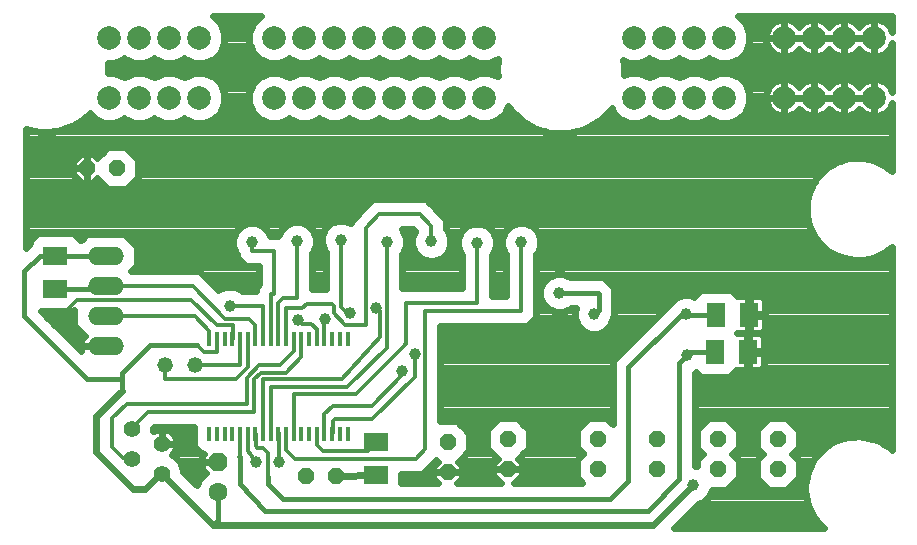
<source format=gbr>
G75*
G70*
%OFA0B0*%
%FSLAX24Y24*%
%IPPOS*%
%LPD*%
%AMOC8*
5,1,8,0,0,1.08239X$1,22.5*
%
%ADD10C,0.0787*%
%ADD11C,0.0630*%
%ADD12OC8,0.0630*%
%ADD13C,0.0550*%
%ADD14C,0.0520*%
%ADD15R,0.0118X0.0453*%
%ADD16O,0.1200X0.0600*%
%ADD17OC8,0.0520*%
%ADD18R,0.0787X0.0630*%
%ADD19R,0.0630X0.0787*%
%ADD20C,0.0240*%
%ADD21C,0.0160*%
%ADD22C,0.0396*%
%ADD23C,0.0120*%
%ADD24C,0.0100*%
D10*
X005712Y015891D03*
X006712Y015891D03*
X007712Y015891D03*
X008712Y015891D03*
X011212Y015891D03*
X012212Y015891D03*
X013212Y015891D03*
X014212Y015891D03*
X015212Y015891D03*
X016212Y015891D03*
X017212Y015891D03*
X018212Y015891D03*
X018212Y017887D03*
X017212Y017887D03*
X016212Y017887D03*
X015212Y017887D03*
X014212Y017887D03*
X013212Y017887D03*
X012212Y017887D03*
X011212Y017887D03*
X008712Y017887D03*
X007712Y017887D03*
X006712Y017887D03*
X005712Y017887D03*
X023212Y017887D03*
X024212Y017887D03*
X025212Y017887D03*
X026212Y017887D03*
X028212Y017887D03*
X029212Y017887D03*
X030212Y017887D03*
X031212Y017887D03*
X031212Y015891D03*
X030212Y015891D03*
X029212Y015891D03*
X028212Y015891D03*
X026212Y015891D03*
X025212Y015891D03*
X024212Y015891D03*
X023212Y015891D03*
D11*
X009342Y002751D03*
D12*
X009342Y003751D03*
D13*
X007452Y003361D03*
X006452Y003861D03*
X007452Y004361D03*
X006452Y004861D03*
D14*
X007562Y006971D03*
X008562Y006971D03*
D15*
X009042Y007851D03*
X009298Y007851D03*
X009554Y007851D03*
X009810Y007851D03*
X010065Y007851D03*
X010321Y007851D03*
X010577Y007851D03*
X010833Y007851D03*
X011089Y007851D03*
X011345Y007851D03*
X011601Y007851D03*
X011857Y007851D03*
X012113Y007851D03*
X012369Y007851D03*
X012624Y007851D03*
X012880Y007851D03*
X013136Y007851D03*
X013392Y007851D03*
X013648Y007851D03*
X013648Y004682D03*
X013392Y004682D03*
X013136Y004682D03*
X012880Y004682D03*
X012624Y004682D03*
X012369Y004682D03*
X012113Y004682D03*
X011857Y004682D03*
X011601Y004682D03*
X011345Y004682D03*
X011089Y004682D03*
X010833Y004682D03*
X010577Y004682D03*
X010321Y004682D03*
X010065Y004682D03*
X009810Y004682D03*
X009554Y004682D03*
X009298Y004682D03*
X009042Y004682D03*
D16*
X005582Y007611D03*
X005582Y008611D03*
X005582Y009611D03*
X005582Y010611D03*
D17*
X005962Y013541D03*
X004962Y013541D03*
X016992Y004411D03*
X016992Y003411D03*
X018992Y003511D03*
X018992Y004511D03*
X021985Y004529D03*
X021985Y003529D03*
X023977Y003521D03*
X023977Y004521D03*
X025981Y004521D03*
X025981Y003521D03*
X027981Y003521D03*
X027981Y004521D03*
X013252Y003291D03*
X012252Y003291D03*
D18*
X014602Y003310D03*
X014602Y004412D03*
X003912Y009530D03*
X003912Y010632D03*
D19*
X025922Y008663D03*
X027024Y008663D03*
X026993Y007423D03*
X025890Y007423D03*
D20*
X006492Y002851D02*
X005272Y004071D01*
X005272Y005271D01*
X006132Y006131D01*
X007189Y004911D02*
X008543Y004911D01*
X008543Y004273D01*
X008800Y004015D01*
X008850Y004015D01*
X008807Y003973D01*
X008807Y003751D01*
X008807Y003529D01*
X008936Y003400D01*
X008914Y003391D01*
X008702Y003179D01*
X008618Y002977D01*
X008167Y003428D01*
X008167Y003503D01*
X008058Y003766D01*
X007857Y003967D01*
X007787Y003996D01*
X007871Y004081D01*
X007947Y004263D01*
X007947Y004361D01*
X007947Y004459D01*
X007871Y004641D01*
X007732Y004781D01*
X007550Y004856D01*
X007452Y004856D01*
X007452Y004361D01*
X007947Y004361D01*
X007452Y004361D01*
X007452Y004361D01*
X007452Y004361D01*
X007452Y004856D01*
X007353Y004856D01*
X007171Y004781D01*
X007167Y004776D01*
X007167Y004889D01*
X007189Y004911D01*
X007452Y004751D02*
X007452Y004751D01*
X007452Y004512D02*
X007452Y004512D01*
X007762Y004751D02*
X008543Y004751D01*
X008543Y004512D02*
X007925Y004512D01*
X007947Y004274D02*
X008543Y004274D01*
X008781Y004035D02*
X007826Y004035D01*
X008027Y003796D02*
X008807Y003796D01*
X008807Y003751D02*
X009341Y003751D01*
X008807Y003751D01*
X008807Y003558D02*
X008144Y003558D01*
X008275Y003319D02*
X008842Y003319D01*
X008661Y003081D02*
X008514Y003081D01*
X009341Y003751D02*
X009341Y003751D01*
X007452Y003361D02*
X007452Y003351D01*
X009162Y001641D01*
X023832Y001641D01*
X025162Y002971D01*
X025172Y002971D01*
X025800Y002821D02*
X025713Y002610D01*
X025533Y002430D01*
X025328Y002345D01*
X024520Y001537D01*
X029536Y001537D01*
X029515Y001554D01*
X029515Y001554D01*
X029400Y001661D01*
X029400Y001661D01*
X029400Y001661D01*
X029295Y001779D01*
X029295Y001779D01*
X029201Y001906D01*
X029201Y001906D01*
X029119Y002040D01*
X029119Y002040D01*
X029050Y002182D01*
X029050Y002182D01*
X028994Y002329D01*
X028994Y002329D01*
X028951Y002481D01*
X028951Y002481D01*
X028923Y002636D01*
X028923Y002636D01*
X028909Y002793D01*
X028909Y002793D01*
X028909Y002950D01*
X028909Y002950D01*
X028923Y003107D01*
X028923Y003107D01*
X028951Y003262D01*
X028951Y003262D01*
X028994Y003414D01*
X028994Y003414D01*
X029050Y003561D01*
X029119Y003703D01*
X029201Y003838D01*
X029295Y003964D01*
X029400Y004082D01*
X029400Y004082D01*
X029515Y004189D01*
X029515Y004190D01*
X029640Y004286D01*
X029772Y004371D01*
X029912Y004444D01*
X030058Y004503D01*
X030209Y004549D01*
X030363Y004581D01*
X030364Y004581D01*
X030520Y004599D01*
X030520Y004599D01*
X030678Y004603D01*
X030678Y004603D01*
X030835Y004592D01*
X030835Y004592D01*
X030991Y004567D01*
X030991Y004567D01*
X031143Y004528D01*
X031143Y004528D01*
X031292Y004475D01*
X031292Y004475D01*
X031435Y004409D01*
X031435Y004409D01*
X031571Y004330D01*
X031571Y004330D01*
X031700Y004239D01*
X031700Y004239D01*
X031799Y004155D01*
X031799Y010923D01*
X031703Y010841D01*
X031576Y010751D01*
X031576Y010751D01*
X031442Y010674D01*
X031442Y010674D01*
X031301Y010609D01*
X031301Y010609D01*
X031155Y010557D01*
X031155Y010557D01*
X031005Y010518D01*
X031005Y010518D01*
X030851Y010494D01*
X030851Y010494D01*
X030697Y010483D01*
X030697Y010483D01*
X030542Y010487D01*
X030542Y010487D01*
X030388Y010504D01*
X030388Y010504D01*
X030236Y010536D01*
X030236Y010536D01*
X030087Y010581D01*
X030087Y010581D01*
X029944Y010640D01*
X029944Y010640D01*
X029806Y010711D01*
X029806Y010711D01*
X029675Y010795D01*
X029675Y010795D01*
X029553Y010890D01*
X029553Y010890D01*
X029440Y010996D01*
X029439Y010996D01*
X029439Y010996D01*
X029336Y011111D01*
X029336Y011111D01*
X029244Y011236D01*
X029244Y011236D01*
X029163Y011368D01*
X029163Y011369D01*
X029095Y011508D01*
X029095Y011508D01*
X029040Y011653D01*
X029040Y011653D01*
X028998Y011802D01*
X028998Y011802D01*
X028970Y011955D01*
X028970Y011955D01*
X028956Y012109D01*
X028956Y012109D01*
X028956Y012264D01*
X028956Y012264D01*
X028970Y012419D01*
X028998Y012571D01*
X029040Y012720D01*
X029095Y012865D01*
X029163Y013005D01*
X029244Y013137D01*
X029336Y013262D01*
X029439Y013378D01*
X029439Y013378D01*
X029553Y013483D01*
X029675Y013579D01*
X029806Y013662D01*
X029806Y013662D01*
X029944Y013734D01*
X029944Y013734D01*
X030087Y013792D01*
X030087Y013792D01*
X030236Y013837D01*
X030236Y013837D01*
X030388Y013869D01*
X030388Y013869D01*
X030542Y013886D01*
X030542Y013886D01*
X030697Y013890D01*
X030697Y013890D01*
X030851Y013879D01*
X030851Y013879D01*
X031005Y013855D01*
X031005Y013855D01*
X031155Y013816D01*
X031155Y013816D01*
X031301Y013764D01*
X031301Y013764D01*
X031442Y013699D01*
X031442Y013699D01*
X031576Y013622D01*
X031576Y013622D01*
X031703Y013532D01*
X031703Y013532D01*
X031799Y013450D01*
X031799Y015706D01*
X031732Y015543D01*
X031559Y015371D01*
X031334Y015277D01*
X031212Y015277D01*
X031212Y015891D01*
X031212Y015891D01*
X031212Y015891D01*
X031212Y016505D01*
X031334Y016505D01*
X031559Y016411D01*
X031732Y016239D01*
X031799Y016076D01*
X031799Y017702D01*
X031732Y017539D01*
X031559Y017367D01*
X031334Y017273D01*
X031212Y017273D01*
X031212Y017887D01*
X031212Y017887D01*
X031212Y017887D01*
X031212Y018501D01*
X031334Y018501D01*
X031559Y018407D01*
X031732Y018235D01*
X031799Y018072D01*
X031799Y018608D01*
X026651Y018608D01*
X026684Y018594D01*
X026919Y018359D01*
X027045Y018053D01*
X027045Y017721D01*
X026919Y017415D01*
X026684Y017180D01*
X026378Y017053D01*
X026046Y017053D01*
X025740Y017180D01*
X025712Y017208D01*
X025684Y017180D01*
X025378Y017053D01*
X025046Y017053D01*
X024740Y017180D01*
X024712Y017208D01*
X024684Y017180D01*
X024378Y017053D01*
X024046Y017053D01*
X023740Y017180D01*
X023712Y017208D01*
X023684Y017180D01*
X023378Y017053D01*
X023046Y017053D01*
X022841Y017138D01*
X022859Y017009D01*
X022868Y016817D01*
X022860Y016648D01*
X023046Y016725D01*
X023378Y016725D01*
X023684Y016598D01*
X023712Y016570D01*
X023740Y016598D01*
X024046Y016725D01*
X024378Y016725D01*
X024684Y016598D01*
X024712Y016570D01*
X024740Y016598D01*
X025046Y016725D01*
X025378Y016725D01*
X025684Y016598D01*
X025712Y016570D01*
X025740Y016598D01*
X026046Y016725D01*
X026378Y016725D01*
X026684Y016598D01*
X026919Y016363D01*
X027045Y016057D01*
X027045Y015725D01*
X026919Y015419D01*
X026684Y015184D01*
X026378Y015057D01*
X026046Y015057D01*
X025740Y015184D01*
X025712Y015212D01*
X025684Y015184D01*
X025378Y015057D01*
X025046Y015057D01*
X024740Y015184D01*
X024712Y015212D01*
X024684Y015184D01*
X024378Y015057D01*
X024046Y015057D01*
X023740Y015184D01*
X023712Y015212D01*
X023684Y015184D01*
X023378Y015057D01*
X023046Y015057D01*
X022740Y015184D01*
X022505Y015419D01*
X022449Y015554D01*
X022331Y015408D01*
X022331Y015408D01*
X022196Y015271D01*
X022196Y015271D01*
X022196Y015271D01*
X022050Y015146D01*
X022050Y015146D01*
X021892Y015035D01*
X021892Y015035D01*
X021726Y014938D01*
X021726Y014938D01*
X021551Y014858D01*
X021551Y014858D01*
X021369Y014793D01*
X021369Y014793D01*
X021183Y014746D01*
X021183Y014746D01*
X020993Y014715D01*
X020993Y014715D01*
X020801Y014702D01*
X020801Y014702D01*
X020608Y014706D01*
X020608Y014706D01*
X020417Y014728D01*
X020417Y014728D01*
X020228Y014767D01*
X020228Y014767D01*
X020044Y014823D01*
X020044Y014823D01*
X019866Y014896D01*
X019866Y014896D01*
X019695Y014985D01*
X019695Y014985D01*
X019533Y015088D01*
X019533Y015088D01*
X019381Y015207D01*
X019381Y015207D01*
X019240Y015338D01*
X019240Y015338D01*
X019240Y015338D01*
X019112Y015482D01*
X019004Y015626D01*
X018919Y015419D01*
X018684Y015184D01*
X018378Y015057D01*
X018046Y015057D01*
X017740Y015184D01*
X017712Y015212D01*
X017684Y015184D01*
X017378Y015057D01*
X017046Y015057D01*
X016740Y015184D01*
X016712Y015212D01*
X016684Y015184D01*
X016378Y015057D01*
X016046Y015057D01*
X015740Y015184D01*
X015712Y015212D01*
X015684Y015184D01*
X015378Y015057D01*
X015046Y015057D01*
X014740Y015184D01*
X014712Y015212D01*
X014684Y015184D01*
X014378Y015057D01*
X014046Y015057D01*
X013740Y015184D01*
X013712Y015212D01*
X013684Y015184D01*
X013378Y015057D01*
X013046Y015057D01*
X012740Y015184D01*
X012712Y015212D01*
X012684Y015184D01*
X012378Y015057D01*
X012046Y015057D01*
X011740Y015184D01*
X011712Y015212D01*
X011684Y015184D01*
X011378Y015057D01*
X011046Y015057D01*
X010740Y015184D01*
X010505Y015419D01*
X010378Y015725D01*
X010378Y016057D01*
X010505Y016363D01*
X010740Y016598D01*
X011046Y016725D01*
X011378Y016725D01*
X011684Y016598D01*
X011712Y016570D01*
X011740Y016598D01*
X012046Y016725D01*
X012378Y016725D01*
X012684Y016598D01*
X012712Y016570D01*
X012740Y016598D01*
X013046Y016725D01*
X013378Y016725D01*
X013684Y016598D01*
X013712Y016570D01*
X013740Y016598D01*
X014046Y016725D01*
X014378Y016725D01*
X014684Y016598D01*
X014712Y016570D01*
X014740Y016598D01*
X015046Y016725D01*
X015378Y016725D01*
X015684Y016598D01*
X015712Y016570D01*
X015740Y016598D01*
X016046Y016725D01*
X016378Y016725D01*
X016684Y016598D01*
X016712Y016570D01*
X016740Y016598D01*
X017046Y016725D01*
X017378Y016725D01*
X017684Y016598D01*
X017712Y016570D01*
X017740Y016598D01*
X018046Y016725D01*
X018378Y016725D01*
X018649Y016612D01*
X018639Y016720D01*
X018639Y016913D01*
X018657Y017105D01*
X018670Y017174D01*
X018378Y017053D01*
X018046Y017053D01*
X017740Y017180D01*
X017712Y017208D01*
X017684Y017180D01*
X017378Y017053D01*
X017046Y017053D01*
X016740Y017180D01*
X016712Y017208D01*
X016684Y017180D01*
X016378Y017053D01*
X016046Y017053D01*
X015740Y017180D01*
X015712Y017208D01*
X015684Y017180D01*
X015378Y017053D01*
X015046Y017053D01*
X014740Y017180D01*
X014712Y017208D01*
X014684Y017180D01*
X014378Y017053D01*
X014046Y017053D01*
X013740Y017180D01*
X013712Y017208D01*
X013684Y017180D01*
X013378Y017053D01*
X013046Y017053D01*
X012740Y017180D01*
X012712Y017208D01*
X012684Y017180D01*
X012378Y017053D01*
X012046Y017053D01*
X011740Y017180D01*
X011712Y017208D01*
X011684Y017180D01*
X011378Y017053D01*
X011046Y017053D01*
X010740Y017180D01*
X010505Y017415D01*
X010378Y017721D01*
X010378Y018053D01*
X010505Y018359D01*
X010740Y018594D01*
X010773Y018608D01*
X009151Y018608D01*
X009184Y018594D01*
X009419Y018359D01*
X009545Y018053D01*
X009545Y017721D01*
X009419Y017415D01*
X009184Y017180D01*
X008878Y017053D01*
X008546Y017053D01*
X008240Y017180D01*
X008212Y017208D01*
X008184Y017180D01*
X007878Y017053D01*
X007546Y017053D01*
X007240Y017180D01*
X007212Y017208D01*
X007184Y017180D01*
X006878Y017053D01*
X006546Y017053D01*
X006240Y017180D01*
X006212Y017208D01*
X006184Y017180D01*
X005878Y017053D01*
X005658Y017053D01*
X005667Y016864D01*
X005660Y016725D01*
X005878Y016725D01*
X006184Y016598D01*
X006212Y016570D01*
X006240Y016598D01*
X006546Y016725D01*
X006878Y016725D01*
X007184Y016598D01*
X007212Y016570D01*
X007240Y016598D01*
X007546Y016725D01*
X007878Y016725D01*
X008184Y016598D01*
X008212Y016570D01*
X008240Y016598D01*
X008546Y016725D01*
X008878Y016725D01*
X009184Y016598D01*
X009419Y016363D01*
X009545Y016057D01*
X009545Y015725D01*
X009419Y015419D01*
X009184Y015184D01*
X008878Y015057D01*
X008546Y015057D01*
X008240Y015184D01*
X008212Y015212D01*
X008184Y015184D01*
X007878Y015057D01*
X007546Y015057D01*
X007240Y015184D01*
X007212Y015212D01*
X007184Y015184D01*
X006878Y015057D01*
X006546Y015057D01*
X006240Y015184D01*
X006212Y015212D01*
X006184Y015184D01*
X005878Y015057D01*
X005546Y015057D01*
X005240Y015184D01*
X005050Y015374D01*
X004995Y015318D01*
X004995Y015318D01*
X004849Y015193D01*
X004849Y015193D01*
X004692Y015082D01*
X004691Y015082D01*
X004525Y014986D01*
X004525Y014986D01*
X004350Y014905D01*
X004350Y014905D01*
X004169Y014841D01*
X004169Y014841D01*
X003982Y014793D01*
X003982Y014793D01*
X003792Y014762D01*
X003792Y014762D01*
X003600Y014749D01*
X003600Y014749D01*
X003407Y014753D01*
X003407Y014753D01*
X003216Y014775D01*
X003216Y014775D01*
X003027Y014815D01*
X003027Y014815D01*
X002918Y014848D01*
X002918Y010883D01*
X003078Y011043D01*
X003078Y011129D01*
X003336Y011387D01*
X004488Y011387D01*
X004723Y011152D01*
X004776Y011152D01*
X004975Y011351D01*
X006188Y011351D01*
X006622Y010918D01*
X006622Y010304D01*
X006428Y010111D01*
X006428Y010111D01*
X008295Y010111D01*
X008709Y010111D01*
X008857Y009963D01*
X008857Y009963D01*
X009002Y009818D01*
X009002Y009815D01*
X009335Y009476D01*
X009360Y009502D01*
X009595Y009599D01*
X009849Y009599D01*
X010083Y009502D01*
X010124Y009461D01*
X010592Y009461D01*
X010592Y009548D01*
X010712Y009668D01*
X010712Y010281D01*
X010679Y010281D01*
X010265Y010281D01*
X009972Y010574D01*
X009972Y010669D01*
X009931Y010710D01*
X009834Y010944D01*
X009834Y011198D01*
X009931Y011432D01*
X010110Y011612D01*
X010345Y011709D01*
X010599Y011709D01*
X010833Y011612D01*
X011013Y011432D01*
X011075Y011281D01*
X011346Y011281D01*
X011421Y011462D01*
X011600Y011642D01*
X011835Y011739D01*
X012089Y011739D01*
X012323Y011642D01*
X012503Y011462D01*
X012600Y011228D01*
X012600Y010974D01*
X012503Y010740D01*
X012462Y010699D01*
X012462Y009531D01*
X012499Y009531D01*
X012942Y009531D01*
X012942Y010759D01*
X012901Y010800D01*
X012804Y011034D01*
X012804Y011288D01*
X012901Y011522D01*
X013080Y011702D01*
X013315Y011799D01*
X013569Y011799D01*
X013752Y011723D01*
X013752Y011758D01*
X014045Y012051D01*
X014495Y012501D01*
X014909Y012501D01*
X016259Y012501D01*
X016552Y012208D01*
X016942Y011818D01*
X016942Y011503D01*
X016983Y011462D01*
X017080Y011228D01*
X017080Y010974D01*
X016983Y010740D01*
X016803Y010560D01*
X016569Y010463D01*
X016315Y010463D01*
X016080Y010560D01*
X015901Y010740D01*
X015804Y010974D01*
X015804Y011228D01*
X015896Y011450D01*
X015845Y011501D01*
X015454Y011501D01*
X015503Y011452D01*
X015600Y011218D01*
X015600Y010964D01*
X015503Y010730D01*
X015462Y010689D01*
X015464Y009561D01*
X015789Y009561D01*
X017462Y009561D01*
X017462Y010659D01*
X017421Y010700D01*
X017324Y010934D01*
X017324Y011188D01*
X017421Y011422D01*
X017600Y011602D01*
X017835Y011699D01*
X018089Y011699D01*
X018323Y011602D01*
X018503Y011422D01*
X018600Y011188D01*
X018600Y010934D01*
X018503Y010700D01*
X018462Y010659D01*
X018462Y009281D01*
X018942Y009281D01*
X018942Y010669D01*
X018901Y010710D01*
X018804Y010944D01*
X018804Y011198D01*
X018901Y011432D01*
X019080Y011612D01*
X019315Y011709D01*
X019569Y011709D01*
X019803Y011612D01*
X019983Y011432D01*
X020080Y011198D01*
X020080Y010944D01*
X019983Y010710D01*
X019942Y010669D01*
X019942Y008988D01*
X019942Y008574D01*
X019649Y008281D01*
X016732Y008281D01*
X016736Y008144D01*
X016742Y008138D01*
X016742Y005111D01*
X017282Y005111D01*
X017692Y004701D01*
X017692Y004121D01*
X017326Y003755D01*
X017472Y003610D01*
X017472Y003411D01*
X016992Y003411D01*
X016992Y003411D01*
X017472Y003411D01*
X017472Y003212D01*
X017311Y003051D01*
X018773Y003051D01*
X018512Y003312D01*
X018512Y003511D01*
X018991Y003511D01*
X018991Y003511D01*
X018512Y003511D01*
X018512Y003710D01*
X018657Y003855D01*
X018292Y004221D01*
X018292Y004801D01*
X018702Y005211D01*
X019282Y005211D01*
X019692Y004801D01*
X019692Y004221D01*
X019326Y003855D01*
X019472Y003710D01*
X019472Y003511D01*
X018992Y003511D01*
X018992Y003511D01*
X019472Y003511D01*
X019472Y003312D01*
X019211Y003051D01*
X021473Y003051D01*
X021285Y003239D01*
X021285Y003819D01*
X021495Y004029D01*
X021285Y004239D01*
X021285Y004819D01*
X021695Y005229D01*
X022275Y005229D01*
X022492Y005012D01*
X022492Y007116D01*
X022796Y007421D01*
X022796Y007421D01*
X024262Y008886D01*
X024262Y008886D01*
X024396Y009020D01*
X024401Y009032D01*
X024580Y009212D01*
X024815Y009309D01*
X025069Y009309D01*
X025188Y009260D01*
X025424Y009497D01*
X026419Y009497D01*
X026639Y009277D01*
X026987Y009277D01*
X026987Y008701D01*
X027062Y008701D01*
X027062Y009277D01*
X027430Y009277D01*
X027559Y009148D01*
X027559Y008700D01*
X027062Y008700D01*
X027062Y008625D01*
X027559Y008625D01*
X027559Y008178D01*
X027430Y008049D01*
X027062Y008049D01*
X027062Y008625D01*
X026987Y008625D01*
X026987Y008049D01*
X026639Y008049D01*
X026626Y008036D01*
X026955Y008036D01*
X026955Y007461D01*
X027030Y007461D01*
X027030Y008036D01*
X027399Y008036D01*
X027528Y007908D01*
X027528Y007460D01*
X027030Y007460D01*
X027030Y007385D01*
X027030Y006809D01*
X027399Y006809D01*
X027528Y006938D01*
X027528Y007385D01*
X027030Y007385D01*
X026955Y007385D01*
X026955Y006809D01*
X026607Y006809D01*
X026387Y006589D01*
X025393Y006589D01*
X025248Y006735D01*
X025232Y006728D01*
X025232Y003609D01*
X025281Y003609D01*
X025281Y003811D01*
X025491Y004021D01*
X025281Y004231D01*
X025281Y004811D01*
X025691Y005221D01*
X026271Y005221D01*
X026681Y004811D01*
X026681Y004231D01*
X026471Y004021D01*
X026681Y003811D01*
X026681Y003231D01*
X026271Y002821D01*
X025800Y002821D01*
X025707Y002604D02*
X028929Y002604D01*
X028909Y002842D02*
X028292Y002842D01*
X028271Y002821D02*
X028681Y003231D01*
X028681Y003811D01*
X028471Y004021D01*
X028681Y004231D01*
X028681Y004811D01*
X028271Y005221D01*
X027691Y005221D01*
X027281Y004811D01*
X027281Y004231D01*
X027491Y004021D01*
X027281Y003811D01*
X027281Y003231D01*
X027691Y002821D01*
X028271Y002821D01*
X028530Y003081D02*
X028921Y003081D01*
X028967Y003319D02*
X028681Y003319D01*
X028681Y003558D02*
X029049Y003558D01*
X029176Y003796D02*
X028681Y003796D01*
X028484Y004035D02*
X029358Y004035D01*
X029623Y004274D02*
X028681Y004274D01*
X028681Y004512D02*
X030088Y004512D01*
X031188Y004512D02*
X031799Y004512D01*
X031799Y004274D02*
X031652Y004274D01*
X031799Y004751D02*
X028681Y004751D01*
X028503Y004989D02*
X031799Y004989D01*
X031799Y005228D02*
X025232Y005228D01*
X025232Y004989D02*
X025459Y004989D01*
X025281Y004751D02*
X025232Y004751D01*
X025232Y004512D02*
X025281Y004512D01*
X025281Y004274D02*
X025232Y004274D01*
X025232Y004035D02*
X025477Y004035D01*
X025281Y003796D02*
X025232Y003796D01*
X026484Y004035D02*
X027477Y004035D01*
X027281Y003796D02*
X026681Y003796D01*
X026681Y003558D02*
X027281Y003558D01*
X027281Y003319D02*
X026681Y003319D01*
X026530Y003081D02*
X027431Y003081D01*
X027670Y002842D02*
X026292Y002842D01*
X025377Y002365D02*
X028984Y002365D01*
X029077Y002127D02*
X025109Y002127D01*
X024871Y001888D02*
X029214Y001888D01*
X029413Y001650D02*
X024632Y001650D01*
X021443Y003081D02*
X019240Y003081D01*
X019472Y003319D02*
X021285Y003319D01*
X021285Y003558D02*
X019472Y003558D01*
X019385Y003796D02*
X021285Y003796D01*
X021489Y004035D02*
X019506Y004035D01*
X019692Y004274D02*
X021285Y004274D01*
X021285Y004512D02*
X019692Y004512D01*
X019692Y004751D02*
X021285Y004751D01*
X021455Y004989D02*
X019504Y004989D01*
X018480Y004989D02*
X017404Y004989D01*
X017642Y004751D02*
X018292Y004751D01*
X018292Y004512D02*
X017692Y004512D01*
X017692Y004274D02*
X018292Y004274D01*
X018478Y004035D02*
X017606Y004035D01*
X017367Y003796D02*
X018599Y003796D01*
X018512Y003558D02*
X017472Y003558D01*
X016991Y003411D02*
X016991Y003411D01*
X016512Y003411D01*
X016512Y003212D01*
X016673Y003051D01*
X015435Y003051D01*
X015435Y003361D01*
X016139Y003361D01*
X016432Y003654D01*
X016595Y003818D01*
X016657Y003755D01*
X016512Y003610D01*
X016512Y003411D01*
X016991Y003411D01*
X017472Y003319D02*
X018512Y003319D01*
X018743Y003081D02*
X017340Y003081D01*
X016643Y003081D02*
X015435Y003081D01*
X015435Y003319D02*
X016512Y003319D01*
X016512Y003558D02*
X016336Y003558D01*
X016574Y003796D02*
X016616Y003796D01*
X016742Y005228D02*
X021693Y005228D01*
X022276Y005228D02*
X022492Y005228D01*
X022492Y005466D02*
X016742Y005466D01*
X016742Y005705D02*
X022492Y005705D01*
X022492Y005943D02*
X016742Y005943D01*
X016742Y006182D02*
X022492Y006182D01*
X022492Y006420D02*
X016742Y006420D01*
X016742Y006659D02*
X022492Y006659D01*
X022492Y006898D02*
X016742Y006898D01*
X016742Y007136D02*
X022511Y007136D01*
X022750Y007375D02*
X016742Y007375D01*
X016742Y007613D02*
X022989Y007613D01*
X023227Y007852D02*
X016742Y007852D01*
X016742Y008090D02*
X021596Y008090D01*
X021500Y008130D02*
X021735Y008033D01*
X021989Y008033D01*
X022223Y008130D01*
X022403Y008310D01*
X022500Y008544D01*
X022500Y008574D01*
X022542Y008616D01*
X022542Y009046D01*
X022542Y009566D01*
X022237Y009871D01*
X022197Y009911D01*
X021766Y009911D01*
X021094Y009911D01*
X021073Y009932D01*
X020839Y010029D01*
X020585Y010029D01*
X020350Y009932D01*
X020171Y009752D01*
X020074Y009518D01*
X020074Y009264D01*
X020171Y009030D01*
X020350Y008850D01*
X020585Y008753D01*
X020839Y008753D01*
X021073Y008850D01*
X021094Y008871D01*
X021254Y008871D01*
X021224Y008798D01*
X021224Y008544D01*
X021321Y008310D01*
X021500Y008130D01*
X021313Y008329D02*
X019697Y008329D01*
X019935Y008567D02*
X021224Y008567D01*
X021227Y008806D02*
X020967Y008806D01*
X020457Y008806D02*
X019942Y008806D01*
X019942Y009044D02*
X020165Y009044D01*
X020074Y009283D02*
X019942Y009283D01*
X019942Y009521D02*
X020075Y009521D01*
X020178Y009760D02*
X019942Y009760D01*
X019942Y009999D02*
X020511Y009999D01*
X020912Y009999D02*
X031799Y009999D01*
X031799Y010237D02*
X019942Y010237D01*
X019942Y010476D02*
X031799Y010476D01*
X031799Y010714D02*
X031512Y010714D01*
X031799Y009760D02*
X022348Y009760D01*
X022542Y009521D02*
X031799Y009521D01*
X031799Y009283D02*
X026633Y009283D01*
X026987Y009044D02*
X027062Y009044D01*
X027062Y008806D02*
X026987Y008806D01*
X026987Y008567D02*
X027062Y008567D01*
X027062Y008329D02*
X026987Y008329D01*
X026987Y008090D02*
X027062Y008090D01*
X027030Y007852D02*
X026955Y007852D01*
X026955Y007613D02*
X027030Y007613D01*
X027030Y007375D02*
X026955Y007375D01*
X026955Y007136D02*
X027030Y007136D01*
X027030Y006898D02*
X026955Y006898D01*
X026457Y006659D02*
X031799Y006659D01*
X031799Y006898D02*
X027487Y006898D01*
X027528Y007136D02*
X031799Y007136D01*
X031799Y007375D02*
X027528Y007375D01*
X027528Y007613D02*
X031799Y007613D01*
X031799Y007852D02*
X027528Y007852D01*
X027471Y008090D02*
X031799Y008090D01*
X031799Y008329D02*
X027559Y008329D01*
X027559Y008567D02*
X031799Y008567D01*
X031799Y008806D02*
X027559Y008806D01*
X027559Y009044D02*
X031799Y009044D01*
X029801Y010714D02*
X019985Y010714D01*
X020080Y010953D02*
X029485Y010953D01*
X029277Y011191D02*
X020080Y011191D01*
X019984Y011430D02*
X029133Y011430D01*
X029035Y011668D02*
X019667Y011668D01*
X019217Y011668D02*
X018163Y011668D01*
X017761Y011668D02*
X016942Y011668D01*
X016996Y011430D02*
X017428Y011430D01*
X017325Y011191D02*
X017080Y011191D01*
X017071Y010953D02*
X017324Y010953D01*
X017415Y010714D02*
X016957Y010714D01*
X016600Y010476D02*
X017462Y010476D01*
X017462Y010237D02*
X015463Y010237D01*
X015463Y009999D02*
X017462Y009999D01*
X017462Y009760D02*
X015463Y009760D01*
X015462Y010476D02*
X016284Y010476D01*
X015926Y010714D02*
X015487Y010714D01*
X015595Y010953D02*
X015813Y010953D01*
X015804Y011191D02*
X015600Y011191D01*
X015512Y011430D02*
X015887Y011430D01*
X016853Y011907D02*
X028979Y011907D01*
X028956Y012145D02*
X016614Y012145D01*
X016376Y012384D02*
X028967Y012384D01*
X029012Y012623D02*
X002918Y012623D01*
X002918Y012861D02*
X005652Y012861D01*
X005672Y012841D02*
X006252Y012841D01*
X006662Y013251D01*
X006662Y013831D01*
X006252Y014241D01*
X005672Y014241D01*
X005306Y013875D01*
X005161Y014021D01*
X004962Y014021D01*
X004962Y013541D01*
X004962Y013061D01*
X005161Y013061D01*
X005306Y013207D01*
X005672Y012841D01*
X005413Y013100D02*
X005199Y013100D01*
X004962Y013100D02*
X004962Y013100D01*
X004962Y013061D02*
X004962Y013541D01*
X004962Y013541D01*
X004962Y013541D01*
X004962Y014021D01*
X004763Y014021D01*
X004482Y013740D01*
X004482Y013541D01*
X004482Y013342D01*
X004763Y013061D01*
X004962Y013061D01*
X004724Y013100D02*
X002918Y013100D01*
X002918Y013338D02*
X004486Y013338D01*
X004482Y013541D02*
X004961Y013541D01*
X004961Y013541D01*
X004482Y013541D01*
X004482Y013577D02*
X002918Y013577D01*
X002918Y013815D02*
X004557Y013815D01*
X004962Y013815D02*
X004962Y013815D01*
X005485Y014054D02*
X002918Y014054D01*
X002918Y014292D02*
X031799Y014292D01*
X031799Y014054D02*
X006439Y014054D01*
X006662Y013815D02*
X030164Y013815D01*
X029673Y013577D02*
X006662Y013577D01*
X006662Y013338D02*
X029404Y013338D01*
X029221Y013100D02*
X006510Y013100D01*
X006272Y012861D02*
X029094Y012861D01*
X031158Y013815D02*
X031799Y013815D01*
X031799Y013577D02*
X031640Y013577D01*
X031799Y014531D02*
X002918Y014531D01*
X002918Y014769D02*
X003268Y014769D01*
X003837Y014769D02*
X020221Y014769D01*
X019658Y015008D02*
X004563Y015008D01*
X004912Y015247D02*
X005177Y015247D01*
X004995Y015318D02*
X004995Y015318D01*
X005991Y016678D02*
X006433Y016678D01*
X006991Y016678D02*
X007433Y016678D01*
X007991Y016678D02*
X008433Y016678D01*
X008991Y016678D02*
X010933Y016678D01*
X010581Y016439D02*
X009343Y016439D01*
X009486Y016201D02*
X010438Y016201D01*
X010378Y015962D02*
X009545Y015962D01*
X009545Y015724D02*
X010379Y015724D01*
X010478Y015485D02*
X009446Y015485D01*
X009246Y015247D02*
X010677Y015247D01*
X011491Y016678D02*
X011933Y016678D01*
X011801Y017155D02*
X011623Y017155D01*
X012491Y016678D02*
X012933Y016678D01*
X012801Y017155D02*
X012623Y017155D01*
X013491Y016678D02*
X013933Y016678D01*
X013801Y017155D02*
X013623Y017155D01*
X014491Y016678D02*
X014933Y016678D01*
X014801Y017155D02*
X014623Y017155D01*
X015491Y016678D02*
X015933Y016678D01*
X016491Y016678D02*
X016933Y016678D01*
X017491Y016678D02*
X017933Y016678D01*
X018491Y016678D02*
X018643Y016678D01*
X018640Y016916D02*
X005664Y016916D01*
X006123Y017155D02*
X006301Y017155D01*
X007123Y017155D02*
X007301Y017155D01*
X008123Y017155D02*
X008301Y017155D01*
X009123Y017155D02*
X010801Y017155D01*
X010526Y017393D02*
X009397Y017393D01*
X009508Y017632D02*
X010415Y017632D01*
X010378Y017871D02*
X009545Y017871D01*
X009522Y018109D02*
X010401Y018109D01*
X010500Y018348D02*
X009423Y018348D01*
X009192Y018586D02*
X010732Y018586D01*
X015623Y017155D02*
X015801Y017155D01*
X016623Y017155D02*
X016801Y017155D01*
X017623Y017155D02*
X017801Y017155D01*
X018623Y017155D02*
X018666Y017155D01*
X018946Y015485D02*
X019109Y015485D01*
X019112Y015482D02*
X019112Y015482D01*
X019338Y015247D02*
X018746Y015247D01*
X021276Y014769D02*
X031799Y014769D01*
X031799Y015008D02*
X021846Y015008D01*
X022168Y015247D02*
X022677Y015247D01*
X022478Y015485D02*
X022393Y015485D01*
X022861Y016678D02*
X022933Y016678D01*
X022863Y016916D02*
X031799Y016916D01*
X031799Y016678D02*
X026491Y016678D01*
X026843Y016439D02*
X027932Y016439D01*
X027864Y016411D02*
X027692Y016239D01*
X027598Y016013D01*
X027598Y015891D01*
X027598Y015769D01*
X027692Y015543D01*
X027864Y015371D01*
X028090Y015277D01*
X028212Y015277D01*
X028334Y015277D01*
X028559Y015371D01*
X028712Y015523D01*
X028864Y015371D01*
X029090Y015277D01*
X029212Y015277D01*
X029334Y015277D01*
X029559Y015371D01*
X029712Y015523D01*
X029864Y015371D01*
X030090Y015277D01*
X030212Y015277D01*
X030334Y015277D01*
X030559Y015371D01*
X030712Y015523D01*
X030864Y015371D01*
X031090Y015277D01*
X031212Y015277D01*
X031212Y015891D01*
X031212Y016505D01*
X031090Y016505D01*
X030864Y016411D01*
X030712Y016259D01*
X030559Y016411D01*
X030334Y016505D01*
X030212Y016505D01*
X030212Y015891D01*
X030598Y015891D01*
X031211Y015891D01*
X031211Y015891D01*
X030598Y015891D01*
X030212Y015891D01*
X030212Y015891D01*
X030212Y015277D01*
X030212Y015891D01*
X030212Y015891D01*
X030212Y015891D01*
X030212Y016505D01*
X030090Y016505D01*
X029864Y016411D01*
X029712Y016259D01*
X029559Y016411D01*
X029334Y016505D01*
X029212Y016505D01*
X029212Y015891D01*
X029598Y015891D01*
X030211Y015891D01*
X030211Y015891D01*
X029598Y015891D01*
X029212Y015891D01*
X029212Y015891D01*
X029212Y015277D01*
X029212Y015891D01*
X029212Y015891D01*
X029212Y015891D01*
X029212Y016505D01*
X029090Y016505D01*
X028864Y016411D01*
X028712Y016259D01*
X028559Y016411D01*
X028334Y016505D01*
X028212Y016505D01*
X028212Y015891D01*
X028825Y015891D01*
X029211Y015891D01*
X029211Y015891D01*
X028825Y015891D01*
X028212Y015891D01*
X028212Y015891D01*
X028212Y015277D01*
X028212Y015891D01*
X028212Y015891D01*
X028212Y015891D01*
X028212Y016505D01*
X028090Y016505D01*
X027864Y016411D01*
X027676Y016201D02*
X026986Y016201D01*
X027045Y015962D02*
X027598Y015962D01*
X027598Y015891D02*
X028211Y015891D01*
X027598Y015891D01*
X027617Y015724D02*
X027045Y015724D01*
X026946Y015485D02*
X027750Y015485D01*
X028212Y015485D02*
X028212Y015485D01*
X028212Y015724D02*
X028212Y015724D01*
X028211Y015891D02*
X028211Y015891D01*
X028212Y015962D02*
X028212Y015962D01*
X028212Y016201D02*
X028212Y016201D01*
X028212Y016439D02*
X028212Y016439D01*
X028492Y016439D02*
X028932Y016439D01*
X029212Y016439D02*
X029212Y016439D01*
X029212Y016201D02*
X029212Y016201D01*
X029212Y015962D02*
X029212Y015962D01*
X029212Y015724D02*
X029212Y015724D01*
X029212Y015485D02*
X029212Y015485D01*
X029674Y015485D02*
X029750Y015485D01*
X030212Y015485D02*
X030212Y015485D01*
X030212Y015724D02*
X030212Y015724D01*
X030212Y015962D02*
X030212Y015962D01*
X030212Y016201D02*
X030212Y016201D01*
X030212Y016439D02*
X030212Y016439D01*
X030492Y016439D02*
X030932Y016439D01*
X031212Y016439D02*
X031212Y016439D01*
X031212Y016201D02*
X031212Y016201D01*
X031212Y015962D02*
X031212Y015962D01*
X031212Y015724D02*
X031212Y015724D01*
X031212Y015485D02*
X031212Y015485D01*
X030750Y015485D02*
X030674Y015485D01*
X031674Y015485D02*
X031799Y015485D01*
X031799Y015247D02*
X026746Y015247D01*
X028674Y015485D02*
X028750Y015485D01*
X029492Y016439D02*
X029932Y016439D01*
X030090Y017273D02*
X030212Y017273D01*
X030334Y017273D01*
X030559Y017367D01*
X030712Y017519D01*
X030864Y017367D01*
X031090Y017273D01*
X031212Y017273D01*
X031212Y017887D01*
X031211Y017887D02*
X030598Y017887D01*
X030212Y017887D01*
X030212Y017887D01*
X030598Y017887D01*
X031211Y017887D01*
X031211Y017887D01*
X031212Y017887D02*
X031212Y018501D01*
X031090Y018501D01*
X030864Y018407D01*
X030712Y018255D01*
X030559Y018407D01*
X030334Y018501D01*
X030212Y018501D01*
X030212Y017887D01*
X030212Y017273D01*
X030212Y017887D01*
X030212Y017887D01*
X030212Y017887D01*
X030211Y017887D02*
X029825Y017887D01*
X029212Y017887D01*
X029212Y017887D01*
X029825Y017887D01*
X030211Y017887D01*
X030211Y017887D01*
X030212Y017887D02*
X030212Y018501D01*
X030090Y018501D01*
X029864Y018407D01*
X029712Y018255D01*
X029559Y018407D01*
X029334Y018501D01*
X029212Y018501D01*
X029212Y017887D01*
X029212Y017273D01*
X029334Y017273D01*
X029559Y017367D01*
X029712Y017519D01*
X029864Y017367D01*
X030090Y017273D01*
X030212Y017393D02*
X030212Y017393D01*
X030212Y017632D02*
X030212Y017632D01*
X030212Y017871D02*
X030212Y017871D01*
X030212Y018109D02*
X030212Y018109D01*
X030212Y018348D02*
X030212Y018348D01*
X029804Y018348D02*
X029619Y018348D01*
X029212Y018348D02*
X029212Y018348D01*
X029212Y018501D02*
X029090Y018501D01*
X028864Y018407D01*
X028712Y018255D01*
X028559Y018407D01*
X028334Y018501D01*
X028212Y018501D01*
X028212Y017887D01*
X028212Y017887D01*
X028825Y017887D01*
X029211Y017887D01*
X029211Y017887D01*
X028598Y017887D01*
X028212Y017887D01*
X028212Y017273D01*
X028334Y017273D01*
X028559Y017367D01*
X028712Y017519D01*
X028864Y017367D01*
X029090Y017273D01*
X029212Y017273D01*
X029212Y017887D01*
X029212Y017887D01*
X029212Y017887D01*
X029212Y018501D01*
X029212Y018109D02*
X029212Y018109D01*
X029212Y017871D02*
X029212Y017871D01*
X029212Y017632D02*
X029212Y017632D01*
X029212Y017393D02*
X029212Y017393D01*
X029586Y017393D02*
X029838Y017393D01*
X028838Y017393D02*
X028586Y017393D01*
X028212Y017393D02*
X028212Y017393D01*
X028212Y017273D02*
X028090Y017273D01*
X027864Y017367D01*
X027692Y017539D01*
X027598Y017765D01*
X027598Y017887D01*
X028211Y017887D01*
X028211Y017887D01*
X027598Y017887D01*
X027598Y018009D01*
X027692Y018235D01*
X027864Y018407D01*
X028090Y018501D01*
X028212Y018501D01*
X028212Y017887D01*
X028212Y017887D01*
X028212Y017887D01*
X028212Y017273D01*
X027838Y017393D02*
X026897Y017393D01*
X027008Y017632D02*
X027653Y017632D01*
X027598Y017871D02*
X027045Y017871D01*
X027022Y018109D02*
X027640Y018109D01*
X027804Y018348D02*
X026923Y018348D01*
X026692Y018586D02*
X031799Y018586D01*
X031799Y018348D02*
X031619Y018348D01*
X031784Y018109D02*
X031799Y018109D01*
X031770Y017632D02*
X031799Y017632D01*
X031799Y017393D02*
X031586Y017393D01*
X031212Y017393D02*
X031212Y017393D01*
X031212Y017632D02*
X031212Y017632D01*
X031212Y017871D02*
X031212Y017871D01*
X031212Y018109D02*
X031212Y018109D01*
X031212Y018348D02*
X031212Y018348D01*
X030804Y018348D02*
X030619Y018348D01*
X030586Y017393D02*
X030838Y017393D01*
X031799Y017155D02*
X026623Y017155D01*
X025801Y017155D02*
X025623Y017155D01*
X025491Y016678D02*
X025933Y016678D01*
X024933Y016678D02*
X024491Y016678D01*
X023933Y016678D02*
X023491Y016678D01*
X023623Y017155D02*
X023801Y017155D01*
X024623Y017155D02*
X024801Y017155D01*
X028212Y017632D02*
X028212Y017632D01*
X028212Y017871D02*
X028212Y017871D01*
X028212Y018109D02*
X028212Y018109D01*
X028212Y018348D02*
X028212Y018348D01*
X028619Y018348D02*
X028804Y018348D01*
X031492Y016439D02*
X031799Y016439D01*
X031799Y016201D02*
X031748Y016201D01*
X025211Y009283D02*
X025132Y009283D01*
X024752Y009283D02*
X022542Y009283D01*
X022542Y009044D02*
X024413Y009044D01*
X024181Y008806D02*
X022542Y008806D01*
X022500Y008567D02*
X023943Y008567D01*
X023704Y008329D02*
X022411Y008329D01*
X022127Y008090D02*
X023466Y008090D01*
X025232Y006659D02*
X025323Y006659D01*
X025232Y006420D02*
X031799Y006420D01*
X031799Y006182D02*
X025232Y006182D01*
X025232Y005943D02*
X031799Y005943D01*
X031799Y005705D02*
X025232Y005705D01*
X025232Y005466D02*
X031799Y005466D01*
X027459Y004989D02*
X026503Y004989D01*
X026681Y004751D02*
X027281Y004751D01*
X027281Y004512D02*
X026681Y004512D01*
X026681Y004274D02*
X027281Y004274D01*
X018942Y009283D02*
X018462Y009283D01*
X018462Y009521D02*
X018942Y009521D01*
X018942Y009760D02*
X018462Y009760D01*
X018462Y009999D02*
X018942Y009999D01*
X018942Y010237D02*
X018462Y010237D01*
X018462Y010476D02*
X018942Y010476D01*
X018899Y010714D02*
X018509Y010714D01*
X018600Y010953D02*
X018804Y010953D01*
X018804Y011191D02*
X018599Y011191D01*
X018495Y011430D02*
X018900Y011430D01*
X014378Y012384D02*
X002918Y012384D01*
X002918Y012145D02*
X014139Y012145D01*
X013901Y011907D02*
X002918Y011907D01*
X002918Y011668D02*
X010247Y011668D01*
X009930Y011430D02*
X002918Y011430D01*
X002918Y011191D02*
X003140Y011191D01*
X002988Y010953D02*
X002918Y010953D01*
X004684Y011191D02*
X004816Y011191D01*
X006348Y011191D02*
X009834Y011191D01*
X009834Y010953D02*
X006587Y010953D01*
X006622Y010714D02*
X009929Y010714D01*
X010070Y010476D02*
X006622Y010476D01*
X006554Y010237D02*
X010712Y010237D01*
X010712Y009999D02*
X008821Y009999D01*
X009056Y009760D02*
X010712Y009760D01*
X010592Y009521D02*
X010036Y009521D01*
X009407Y009521D02*
X009290Y009521D01*
X011014Y011430D02*
X011407Y011430D01*
X011664Y011668D02*
X010697Y011668D01*
X012259Y011668D02*
X013047Y011668D01*
X012862Y011430D02*
X012516Y011430D01*
X012600Y011191D02*
X012804Y011191D01*
X012837Y010953D02*
X012591Y010953D01*
X012477Y010714D02*
X012942Y010714D01*
X012942Y010476D02*
X012462Y010476D01*
X012462Y010237D02*
X012942Y010237D01*
X012942Y009999D02*
X012462Y009999D01*
X012462Y009760D02*
X012942Y009760D01*
X005581Y007611D02*
X005581Y007611D01*
X004762Y007611D01*
X004762Y007446D01*
X003433Y008775D01*
X004488Y008775D01*
X004542Y008829D01*
X004542Y008304D01*
X004891Y007955D01*
X004762Y007826D01*
X004762Y007611D01*
X005581Y007611D01*
X004762Y007613D02*
X004595Y007613D01*
X004787Y007852D02*
X004356Y007852D01*
X004118Y008090D02*
X004756Y008090D01*
X004542Y008329D02*
X003879Y008329D01*
X003641Y008567D02*
X004542Y008567D01*
X004542Y008806D02*
X004519Y008806D01*
X004962Y013338D02*
X004962Y013338D01*
X004962Y013577D02*
X004962Y013577D01*
X007392Y003361D02*
X006882Y002851D01*
X006492Y002851D01*
X007392Y003361D02*
X007452Y003361D01*
X013252Y003291D02*
X014602Y003310D01*
D21*
X011512Y002531D02*
X011012Y003031D01*
X011012Y003251D01*
X011512Y002531D02*
X022412Y002531D01*
X023012Y003131D01*
X023012Y006901D01*
X024782Y008671D01*
X024942Y008671D01*
X024942Y008691D01*
X024949Y008698D01*
X024985Y008663D01*
X025922Y008663D01*
X025890Y007423D02*
X025063Y007423D01*
X024952Y007311D01*
X024972Y007311D01*
X024712Y007051D01*
X024712Y003171D01*
X023672Y002131D01*
X023402Y002131D01*
X023402Y002121D01*
X010902Y002121D01*
X010062Y003001D01*
X010062Y003911D01*
X010052Y003921D01*
X009342Y002791D02*
X009342Y002751D01*
X009342Y001821D01*
X009162Y001641D01*
X006132Y006131D02*
X006132Y006521D01*
X006132Y006711D01*
X007062Y007641D01*
X008622Y007641D01*
X008632Y007641D01*
X006132Y006521D02*
X004952Y006521D01*
X002872Y008601D01*
X002872Y010101D01*
X003382Y010611D01*
X003891Y010611D01*
X003912Y010632D01*
X005603Y010632D01*
X005632Y010661D01*
X005603Y010632D02*
X005582Y010611D01*
X005562Y009641D02*
X005451Y009530D01*
X003912Y009530D01*
X005562Y009641D02*
X005582Y009621D01*
X005582Y009611D01*
X020712Y009391D02*
X021982Y009391D01*
X022022Y009351D01*
X022022Y008831D01*
X021862Y008671D01*
X022402Y010521D02*
X022402Y010551D01*
X022412Y010561D01*
X024952Y007311D02*
X024949Y007309D01*
X027842Y012781D02*
X027842Y013081D01*
X027872Y013111D01*
D22*
X027842Y012781D03*
X030847Y009517D03*
X024972Y007311D03*
X024942Y008671D03*
X021862Y008671D03*
X020712Y009391D03*
X022402Y010521D03*
X019442Y011071D03*
X017962Y011061D03*
X016442Y011101D03*
X014962Y011091D03*
X013442Y011161D03*
X011962Y011101D03*
X010472Y011071D03*
X009722Y008961D03*
X012012Y008491D03*
X012882Y008521D03*
X013742Y008711D03*
X014612Y008891D03*
X015882Y007361D03*
X015462Y006781D03*
X011352Y003751D03*
X010612Y003751D03*
X025172Y002971D03*
D23*
X016242Y004171D02*
X015932Y003861D01*
X011902Y003861D01*
X011602Y004161D01*
X011612Y004171D01*
X011612Y004671D01*
X011601Y004671D01*
X011601Y004682D01*
X011352Y004701D02*
X011345Y004701D01*
X011345Y004682D01*
X011345Y004661D01*
X011352Y004661D01*
X011352Y003751D01*
X011012Y004041D02*
X011012Y003251D01*
X010612Y003751D02*
X010322Y004101D01*
X010322Y004681D01*
X010321Y004682D01*
X010065Y004682D02*
X010065Y003945D01*
X010032Y003911D01*
X010062Y003911D01*
X010592Y004281D02*
X010592Y004681D01*
X010578Y004681D01*
X010577Y004682D01*
X010833Y004682D02*
X010842Y004690D01*
X010842Y006501D01*
X013449Y006501D01*
X013449Y006502D01*
X013453Y006502D01*
X014732Y007910D01*
X014732Y008771D01*
X014612Y008891D01*
X013742Y008711D02*
X013642Y008711D01*
X013442Y008911D01*
X013442Y011161D01*
X014252Y011551D02*
X014252Y008331D01*
X013552Y008331D01*
X013182Y008701D01*
X013182Y008711D01*
X013192Y008721D01*
X013192Y008961D01*
X013122Y009031D01*
X012292Y009031D01*
X012142Y008881D01*
X011602Y008881D01*
X011602Y007852D01*
X011601Y007851D01*
X011857Y007851D02*
X011857Y007446D01*
X011382Y006971D01*
X010712Y006971D01*
X010302Y006561D01*
X010302Y005691D01*
X006282Y005691D01*
X005792Y005201D01*
X005792Y004241D01*
X006152Y003881D01*
X006452Y003881D01*
X006452Y003861D01*
X006452Y004861D02*
X006432Y004861D01*
X006982Y005411D01*
X010542Y005411D01*
X010542Y006511D01*
X010762Y006731D01*
X011582Y006731D01*
X012113Y007262D01*
X012113Y007851D01*
X012624Y007851D02*
X012624Y008168D01*
X012432Y008361D01*
X012142Y008361D01*
X012012Y008491D01*
X012880Y008520D02*
X012882Y008521D01*
X012880Y008520D02*
X012880Y007851D01*
X011345Y007851D02*
X011345Y009061D01*
X011490Y009206D01*
X011962Y009206D01*
X011962Y011101D01*
X011212Y010781D02*
X010472Y010781D01*
X010472Y011071D01*
X011212Y010781D02*
X011212Y009341D01*
X011092Y009341D01*
X011092Y007851D01*
X011089Y007851D01*
X010833Y007851D02*
X010822Y007851D01*
X010822Y008961D01*
X009722Y008961D01*
X009562Y008531D02*
X010352Y008531D01*
X010572Y008311D01*
X010572Y007841D01*
X010577Y007846D01*
X010577Y007851D01*
X010322Y007851D02*
X010322Y006901D01*
X009942Y006521D01*
X007562Y006521D01*
X007562Y006971D01*
X008562Y006971D02*
X010065Y006971D01*
X010065Y007851D01*
X009822Y007863D02*
X009822Y008311D01*
X009282Y008311D01*
X008442Y009151D01*
X004642Y009151D01*
X004342Y008851D01*
X004342Y007861D01*
X004612Y007591D01*
X005552Y007591D01*
X005572Y007611D01*
X005582Y007611D01*
X005582Y008611D02*
X008562Y008611D01*
X009022Y008131D01*
X009022Y007851D01*
X009042Y007831D01*
X009042Y007851D01*
X009298Y007851D02*
X009298Y007411D01*
X008852Y007411D01*
X008622Y007641D01*
X009810Y007851D02*
X009822Y007863D01*
X010321Y007851D02*
X010322Y007851D01*
X009562Y008531D02*
X008502Y009611D01*
X005582Y009611D01*
X006142Y006141D02*
X006132Y006131D01*
X006142Y006141D02*
X006162Y006141D01*
X010592Y004281D02*
X010642Y004231D01*
X010822Y004231D01*
X011012Y004041D01*
X011592Y004161D02*
X011602Y004161D01*
X012622Y004331D02*
X012622Y004679D01*
X012624Y004682D01*
X012872Y004681D02*
X012872Y005341D01*
X013162Y005631D01*
X014472Y005631D01*
X015472Y006641D01*
X015462Y006781D01*
X015882Y006581D02*
X014452Y005181D01*
X013222Y005181D01*
X013152Y005111D01*
X013152Y004731D01*
X013132Y004711D01*
X013136Y004707D01*
X013136Y004682D01*
X012880Y004682D02*
X012873Y004682D01*
X012872Y004681D01*
X012622Y004331D02*
X012822Y004131D01*
X014321Y004131D01*
X014602Y004412D01*
X016242Y004171D02*
X016242Y007931D01*
X016232Y008301D01*
X016232Y008781D01*
X019442Y008781D01*
X019442Y011071D01*
X017962Y011061D02*
X017962Y009061D01*
X015582Y009061D01*
X015582Y007681D01*
X015579Y007678D01*
X015579Y007667D01*
X013934Y006021D01*
X011852Y006021D01*
X011862Y006011D01*
X011862Y004687D01*
X011857Y004682D01*
X011345Y004701D02*
X011342Y004701D01*
X011092Y004701D02*
X011092Y006238D01*
X013642Y006238D01*
X013709Y006305D01*
X013704Y006305D01*
X014965Y007566D01*
X014965Y007704D01*
X014966Y007704D01*
X014962Y011091D01*
X014252Y011551D02*
X014702Y012001D01*
X016052Y012001D01*
X016442Y011611D01*
X016442Y011101D01*
X015882Y007361D02*
X015882Y006581D01*
X013709Y006305D02*
X013709Y006305D01*
X011092Y004701D02*
X011089Y004701D01*
X011089Y004682D01*
X011089Y004691D01*
X011092Y004691D01*
X011089Y004691D02*
X011082Y004691D01*
X011082Y004701D02*
X011089Y004701D01*
D24*
X030701Y009631D02*
X030733Y009631D01*
X030847Y009517D01*
M02*

</source>
